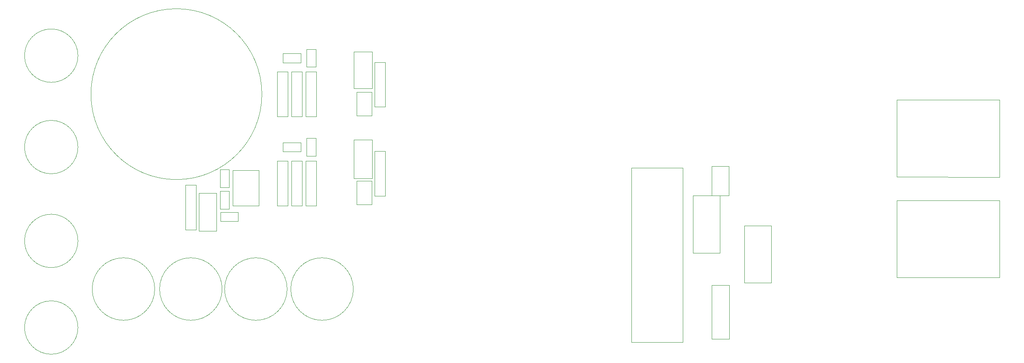
<source format=gbr>
G04 #@! TF.GenerationSoftware,KiCad,Pcbnew,5.1.4*
G04 #@! TF.CreationDate,2019-10-29T22:11:30-03:00*
G04 #@! TF.ProjectId,MCB19,4d434231-392e-46b6-9963-61645f706362,rev?*
G04 #@! TF.SameCoordinates,Original*
G04 #@! TF.FileFunction,Other,User*
%FSLAX46Y46*%
G04 Gerber Fmt 4.6, Leading zero omitted, Abs format (unit mm)*
G04 Created by KiCad (PCBNEW 5.1.4) date 2019-10-29 22:11:30*
%MOMM*%
%LPD*%
G04 APERTURE LIST*
%ADD10C,0.050000*%
G04 APERTURE END LIST*
D10*
X123670000Y-80500000D02*
X123670000Y-88500000D01*
X119830000Y-80500000D02*
X123670000Y-80500000D01*
X119830000Y-88500000D02*
X119830000Y-80500000D01*
X123670000Y-88500000D02*
X119830000Y-88500000D01*
X123670000Y-62180000D02*
X123670000Y-69820000D01*
X119830000Y-62180000D02*
X123670000Y-62180000D01*
X119830000Y-69820000D02*
X119830000Y-62180000D01*
X123670000Y-69820000D02*
X119830000Y-69820000D01*
X120420000Y-75450000D02*
X120420000Y-70550000D01*
X123580000Y-75450000D02*
X120420000Y-75450000D01*
X123580000Y-70550000D02*
X123580000Y-75450000D01*
X120420000Y-70550000D02*
X123580000Y-70550000D01*
X120420000Y-93950000D02*
X120420000Y-89050000D01*
X123580000Y-93950000D02*
X120420000Y-93950000D01*
X123580000Y-89050000D02*
X123580000Y-93950000D01*
X120420000Y-89050000D02*
X123580000Y-89050000D01*
X78500000Y-111500000D02*
G75*
G03X78500000Y-111500000I-6500000J0D01*
G01*
X62550000Y-119500000D02*
G75*
G03X62550000Y-119500000I-5550000J0D01*
G01*
X103900000Y-84850000D02*
X106100000Y-84850000D01*
X103900000Y-94150000D02*
X103900000Y-84850000D01*
X106100000Y-94150000D02*
X103900000Y-94150000D01*
X106100000Y-84850000D02*
X106100000Y-94150000D01*
X106000000Y-111500000D02*
G75*
G03X106000000Y-111500000I-6500000J0D01*
G01*
X119750000Y-111500000D02*
G75*
G03X119750000Y-111500000I-6500000J0D01*
G01*
X100085000Y-94200000D02*
X100085000Y-86800000D01*
X94685000Y-94200000D02*
X100085000Y-94200000D01*
X94685000Y-86800000D02*
X94685000Y-94200000D01*
X100085000Y-86800000D02*
X94685000Y-86800000D01*
X111950000Y-61650000D02*
X111950000Y-65350000D01*
X110050000Y-61650000D02*
X111950000Y-61650000D01*
X110050000Y-65350000D02*
X110050000Y-61650000D01*
X111950000Y-65350000D02*
X110050000Y-65350000D01*
X111950000Y-80150000D02*
X111950000Y-83850000D01*
X110050000Y-80150000D02*
X111950000Y-80150000D01*
X110050000Y-83850000D02*
X110050000Y-80150000D01*
X111950000Y-83850000D02*
X110050000Y-83850000D01*
X105150000Y-62550000D02*
X108850000Y-62550000D01*
X105150000Y-64450000D02*
X105150000Y-62550000D01*
X108850000Y-64450000D02*
X105150000Y-64450000D01*
X108850000Y-62550000D02*
X108850000Y-64450000D01*
X105150000Y-81050000D02*
X108850000Y-81050000D01*
X105150000Y-82950000D02*
X105150000Y-81050000D01*
X108850000Y-82950000D02*
X105150000Y-82950000D01*
X108850000Y-81050000D02*
X108850000Y-82950000D01*
X92125000Y-95550000D02*
X95825000Y-95550000D01*
X92125000Y-97450000D02*
X92125000Y-95550000D01*
X95825000Y-97450000D02*
X92125000Y-97450000D01*
X95825000Y-95550000D02*
X95825000Y-97450000D01*
X62550000Y-101500000D02*
G75*
G03X62550000Y-101500000I-5550000J0D01*
G01*
X62550000Y-82000000D02*
G75*
G03X62550000Y-82000000I-5550000J0D01*
G01*
X62550000Y-63000000D02*
G75*
G03X62550000Y-63000000I-5550000J0D01*
G01*
X112100000Y-75650000D02*
X109900000Y-75650000D01*
X112100000Y-66350000D02*
X112100000Y-75650000D01*
X109900000Y-66350000D02*
X112100000Y-66350000D01*
X109900000Y-75650000D02*
X109900000Y-66350000D01*
X109100000Y-75650000D02*
X106900000Y-75650000D01*
X109100000Y-66350000D02*
X109100000Y-75650000D01*
X106900000Y-66350000D02*
X109100000Y-66350000D01*
X106900000Y-75650000D02*
X106900000Y-66350000D01*
X109900000Y-94150000D02*
X109900000Y-84850000D01*
X109900000Y-84850000D02*
X112100000Y-84850000D01*
X112100000Y-84850000D02*
X112100000Y-94150000D01*
X112100000Y-94150000D02*
X109900000Y-94150000D01*
X109100000Y-94150000D02*
X106900000Y-94150000D01*
X109100000Y-84850000D02*
X109100000Y-94150000D01*
X106900000Y-84850000D02*
X109100000Y-84850000D01*
X106900000Y-94150000D02*
X106900000Y-84850000D01*
X124150000Y-92150000D02*
X124150000Y-82850000D01*
X124150000Y-82850000D02*
X126350000Y-82850000D01*
X126350000Y-82850000D02*
X126350000Y-92150000D01*
X126350000Y-92150000D02*
X124150000Y-92150000D01*
X126350000Y-73650000D02*
X124150000Y-73650000D01*
X126350000Y-64350000D02*
X126350000Y-73650000D01*
X124150000Y-64350000D02*
X126350000Y-64350000D01*
X124150000Y-73650000D02*
X124150000Y-64350000D01*
X103900000Y-66350000D02*
X106100000Y-66350000D01*
X103900000Y-75650000D02*
X103900000Y-66350000D01*
X106100000Y-75650000D02*
X103900000Y-75650000D01*
X106100000Y-66350000D02*
X106100000Y-75650000D01*
X84900000Y-89850000D02*
X87100000Y-89850000D01*
X84900000Y-99150000D02*
X84900000Y-89850000D01*
X87100000Y-99150000D02*
X84900000Y-99150000D01*
X87100000Y-89850000D02*
X87100000Y-99150000D01*
X92050000Y-94850000D02*
X92050000Y-91150000D01*
X93950000Y-94850000D02*
X92050000Y-94850000D01*
X93950000Y-91150000D02*
X93950000Y-94850000D01*
X92050000Y-91150000D02*
X93950000Y-91150000D01*
X87650000Y-99420000D02*
X87650000Y-91580000D01*
X91350000Y-99420000D02*
X87650000Y-99420000D01*
X91350000Y-91580000D02*
X91350000Y-99420000D01*
X87650000Y-91580000D02*
X91350000Y-91580000D01*
X92500000Y-111500000D02*
G75*
G03X92500000Y-111500000I-6500000J0D01*
G01*
X100750000Y-71000000D02*
G75*
G03X100750000Y-71000000I-17750000J0D01*
G01*
X93950000Y-86650000D02*
X93950000Y-90350000D01*
X92050000Y-86650000D02*
X93950000Y-86650000D01*
X92050000Y-90350000D02*
X92050000Y-86650000D01*
X93950000Y-90350000D02*
X92050000Y-90350000D01*
X194200000Y-85950000D02*
X197750000Y-85950000D01*
X197750000Y-85950000D02*
X197750000Y-92050000D01*
X197750000Y-92050000D02*
X194200000Y-92050000D01*
X194200000Y-92050000D02*
X194200000Y-85950000D01*
X188200000Y-122550000D02*
X188200000Y-86300000D01*
X188200000Y-86300000D02*
X177500000Y-86300000D01*
X177500000Y-86300000D02*
X177500000Y-122550000D01*
X177500000Y-122550000D02*
X188200000Y-122550000D01*
X232664000Y-88221000D02*
X232664000Y-72201000D01*
X232664000Y-88221000D02*
X254000000Y-88222000D01*
X254000000Y-72201000D02*
X232664000Y-72201000D01*
X254000000Y-72202000D02*
X254000000Y-88222000D01*
X232668000Y-109076000D02*
X232668000Y-93056000D01*
X232668000Y-109076000D02*
X254004000Y-109077000D01*
X254004000Y-93056000D02*
X232668000Y-93056000D01*
X254004000Y-93057000D02*
X254004000Y-109077000D01*
X194200000Y-110660000D02*
X194200000Y-121860000D01*
X194200000Y-121860000D02*
X197800000Y-121860000D01*
X197800000Y-121860000D02*
X197800000Y-110660000D01*
X197800000Y-110660000D02*
X194200000Y-110660000D01*
X200934000Y-110216000D02*
X206534000Y-110216000D01*
X206534000Y-110216000D02*
X206534000Y-98316000D01*
X206534000Y-98316000D02*
X200934000Y-98316000D01*
X200934000Y-98316000D02*
X200934000Y-110216000D01*
X195896000Y-92084000D02*
X190296000Y-92084000D01*
X190296000Y-92084000D02*
X190296000Y-103984000D01*
X190296000Y-103984000D02*
X195896000Y-103984000D01*
X195896000Y-103984000D02*
X195896000Y-92084000D01*
M02*

</source>
